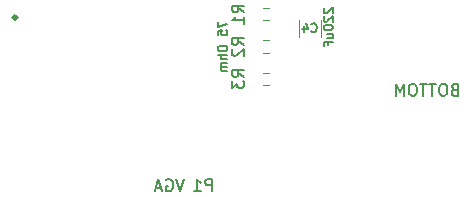
<source format=gbr>
G04 #@! TF.GenerationSoftware,KiCad,Pcbnew,(5.1.10-1-10_14)*
G04 #@! TF.CreationDate,2021-12-27T15:36:47-05:00*
G04 #@! TF.ProjectId,9DIN2VGA,3944494e-3256-4474-912e-6b696361645f,1*
G04 #@! TF.SameCoordinates,Original*
G04 #@! TF.FileFunction,Legend,Bot*
G04 #@! TF.FilePolarity,Positive*
%FSLAX46Y46*%
G04 Gerber Fmt 4.6, Leading zero omitted, Abs format (unit mm)*
G04 Created by KiCad (PCBNEW (5.1.10-1-10_14)) date 2021-12-27 15:36:47*
%MOMM*%
%LPD*%
G01*
G04 APERTURE LIST*
%ADD10C,0.127000*%
%ADD11C,0.200000*%
%ADD12C,0.350000*%
%ADD13C,0.120000*%
%ADD14C,0.150000*%
%ADD15C,0.187500*%
%ADD16C,0.100000*%
%ADD17O,1.609600X3.117600*%
%ADD18C,2.101600*%
%ADD19C,1.801600*%
%ADD20C,4.167600*%
G04 APERTURE END LIST*
D10*
X142335285Y-90315285D02*
X142299000Y-90351571D01*
X142262714Y-90424142D01*
X142262714Y-90605571D01*
X142299000Y-90678142D01*
X142335285Y-90714428D01*
X142407857Y-90750714D01*
X142480428Y-90750714D01*
X142589285Y-90714428D01*
X143024714Y-90279000D01*
X143024714Y-90750714D01*
X142335285Y-91041000D02*
X142299000Y-91077285D01*
X142262714Y-91149857D01*
X142262714Y-91331285D01*
X142299000Y-91403857D01*
X142335285Y-91440142D01*
X142407857Y-91476428D01*
X142480428Y-91476428D01*
X142589285Y-91440142D01*
X143024714Y-91004714D01*
X143024714Y-91476428D01*
X142262714Y-91948142D02*
X142262714Y-92020714D01*
X142299000Y-92093285D01*
X142335285Y-92129571D01*
X142407857Y-92165857D01*
X142553000Y-92202142D01*
X142734428Y-92202142D01*
X142879571Y-92165857D01*
X142952142Y-92129571D01*
X142988428Y-92093285D01*
X143024714Y-92020714D01*
X143024714Y-91948142D01*
X142988428Y-91875571D01*
X142952142Y-91839285D01*
X142879571Y-91803000D01*
X142734428Y-91766714D01*
X142553000Y-91766714D01*
X142407857Y-91803000D01*
X142335285Y-91839285D01*
X142299000Y-91875571D01*
X142262714Y-91948142D01*
X142516714Y-92855285D02*
X143024714Y-92855285D01*
X142516714Y-92528714D02*
X142915857Y-92528714D01*
X142988428Y-92565000D01*
X143024714Y-92637571D01*
X143024714Y-92746428D01*
X142988428Y-92819000D01*
X142952142Y-92855285D01*
X142625571Y-93472142D02*
X142625571Y-93218142D01*
X143024714Y-93218142D02*
X142262714Y-93218142D01*
X142262714Y-93581000D01*
D11*
X130471904Y-104832380D02*
X130138571Y-105832380D01*
X129805238Y-104832380D01*
X128948095Y-104880000D02*
X129043333Y-104832380D01*
X129186190Y-104832380D01*
X129329047Y-104880000D01*
X129424285Y-104975238D01*
X129471904Y-105070476D01*
X129519523Y-105260952D01*
X129519523Y-105403809D01*
X129471904Y-105594285D01*
X129424285Y-105689523D01*
X129329047Y-105784761D01*
X129186190Y-105832380D01*
X129090952Y-105832380D01*
X128948095Y-105784761D01*
X128900476Y-105737142D01*
X128900476Y-105403809D01*
X129090952Y-105403809D01*
X128519523Y-105546666D02*
X128043333Y-105546666D01*
X128614761Y-105832380D02*
X128281428Y-104832380D01*
X127948095Y-105832380D01*
X153339523Y-97228571D02*
X153196666Y-97276190D01*
X153149047Y-97323809D01*
X153101428Y-97419047D01*
X153101428Y-97561904D01*
X153149047Y-97657142D01*
X153196666Y-97704761D01*
X153291904Y-97752380D01*
X153672857Y-97752380D01*
X153672857Y-96752380D01*
X153339523Y-96752380D01*
X153244285Y-96800000D01*
X153196666Y-96847619D01*
X153149047Y-96942857D01*
X153149047Y-97038095D01*
X153196666Y-97133333D01*
X153244285Y-97180952D01*
X153339523Y-97228571D01*
X153672857Y-97228571D01*
X152482380Y-96752380D02*
X152291904Y-96752380D01*
X152196666Y-96800000D01*
X152101428Y-96895238D01*
X152053809Y-97085714D01*
X152053809Y-97419047D01*
X152101428Y-97609523D01*
X152196666Y-97704761D01*
X152291904Y-97752380D01*
X152482380Y-97752380D01*
X152577619Y-97704761D01*
X152672857Y-97609523D01*
X152720476Y-97419047D01*
X152720476Y-97085714D01*
X152672857Y-96895238D01*
X152577619Y-96800000D01*
X152482380Y-96752380D01*
X151768095Y-96752380D02*
X151196666Y-96752380D01*
X151482380Y-97752380D02*
X151482380Y-96752380D01*
X151006190Y-96752380D02*
X150434761Y-96752380D01*
X150720476Y-97752380D02*
X150720476Y-96752380D01*
X149910952Y-96752380D02*
X149720476Y-96752380D01*
X149625238Y-96800000D01*
X149530000Y-96895238D01*
X149482380Y-97085714D01*
X149482380Y-97419047D01*
X149530000Y-97609523D01*
X149625238Y-97704761D01*
X149720476Y-97752380D01*
X149910952Y-97752380D01*
X150006190Y-97704761D01*
X150101428Y-97609523D01*
X150149047Y-97419047D01*
X150149047Y-97085714D01*
X150101428Y-96895238D01*
X150006190Y-96800000D01*
X149910952Y-96752380D01*
X149053809Y-97752380D02*
X149053809Y-96752380D01*
X148720476Y-97466666D01*
X148387142Y-96752380D01*
X148387142Y-97752380D01*
D10*
X133329285Y-91475000D02*
X133329285Y-91975000D01*
X134079285Y-91653571D01*
X133329285Y-92617857D02*
X133329285Y-92260714D01*
X133686428Y-92225000D01*
X133650714Y-92260714D01*
X133615000Y-92332142D01*
X133615000Y-92510714D01*
X133650714Y-92582142D01*
X133686428Y-92617857D01*
X133757857Y-92653571D01*
X133936428Y-92653571D01*
X134007857Y-92617857D01*
X134043571Y-92582142D01*
X134079285Y-92510714D01*
X134079285Y-92332142D01*
X134043571Y-92260714D01*
X134007857Y-92225000D01*
X133329285Y-93689285D02*
X133329285Y-93832142D01*
X133365000Y-93903571D01*
X133436428Y-93975000D01*
X133579285Y-94010714D01*
X133829285Y-94010714D01*
X133972142Y-93975000D01*
X134043571Y-93903571D01*
X134079285Y-93832142D01*
X134079285Y-93689285D01*
X134043571Y-93617857D01*
X133972142Y-93546428D01*
X133829285Y-93510714D01*
X133579285Y-93510714D01*
X133436428Y-93546428D01*
X133365000Y-93617857D01*
X133329285Y-93689285D01*
X134079285Y-94332142D02*
X133329285Y-94332142D01*
X134079285Y-94653571D02*
X133686428Y-94653571D01*
X133615000Y-94617857D01*
X133579285Y-94546428D01*
X133579285Y-94439285D01*
X133615000Y-94367857D01*
X133650714Y-94332142D01*
X134079285Y-95010714D02*
X133579285Y-95010714D01*
X133650714Y-95010714D02*
X133615000Y-95046428D01*
X133579285Y-95117857D01*
X133579285Y-95225000D01*
X133615000Y-95296428D01*
X133686428Y-95332142D01*
X134079285Y-95332142D01*
X133686428Y-95332142D02*
X133615000Y-95367857D01*
X133579285Y-95439285D01*
X133579285Y-95546428D01*
X133615000Y-95617857D01*
X133686428Y-95653571D01*
X134079285Y-95653571D01*
D12*
X116290000Y-91130000D02*
G75*
G03*
X116290000Y-91130000I-150000J0D01*
G01*
D13*
X137632258Y-90337500D02*
X137157742Y-90337500D01*
X137632258Y-91382500D02*
X137157742Y-91382500D01*
X137642258Y-93067500D02*
X137167742Y-93067500D01*
X137642258Y-94112500D02*
X137167742Y-94112500D01*
X137632258Y-95807500D02*
X137157742Y-95807500D01*
X137632258Y-96852500D02*
X137157742Y-96852500D01*
X142020000Y-92746252D02*
X142020000Y-91323748D01*
X140200000Y-92746252D02*
X140200000Y-91323748D01*
D11*
X132808095Y-105822380D02*
X132808095Y-104822380D01*
X132427142Y-104822380D01*
X132331904Y-104870000D01*
X132284285Y-104917619D01*
X132236666Y-105012857D01*
X132236666Y-105155714D01*
X132284285Y-105250952D01*
X132331904Y-105298571D01*
X132427142Y-105346190D01*
X132808095Y-105346190D01*
X131284285Y-105822380D02*
X131855714Y-105822380D01*
X131570000Y-105822380D02*
X131570000Y-104822380D01*
X131665238Y-104965238D01*
X131760476Y-105060476D01*
X131855714Y-105108095D01*
D14*
X135522380Y-90693333D02*
X135046190Y-90360000D01*
X135522380Y-90121904D02*
X134522380Y-90121904D01*
X134522380Y-90502857D01*
X134570000Y-90598095D01*
X134617619Y-90645714D01*
X134712857Y-90693333D01*
X134855714Y-90693333D01*
X134950952Y-90645714D01*
X134998571Y-90598095D01*
X135046190Y-90502857D01*
X135046190Y-90121904D01*
X135522380Y-91645714D02*
X135522380Y-91074285D01*
X135522380Y-91360000D02*
X134522380Y-91360000D01*
X134665238Y-91264761D01*
X134760476Y-91169523D01*
X134808095Y-91074285D01*
X135492380Y-93443333D02*
X135016190Y-93110000D01*
X135492380Y-92871904D02*
X134492380Y-92871904D01*
X134492380Y-93252857D01*
X134540000Y-93348095D01*
X134587619Y-93395714D01*
X134682857Y-93443333D01*
X134825714Y-93443333D01*
X134920952Y-93395714D01*
X134968571Y-93348095D01*
X135016190Y-93252857D01*
X135016190Y-92871904D01*
X134587619Y-93824285D02*
X134540000Y-93871904D01*
X134492380Y-93967142D01*
X134492380Y-94205238D01*
X134540000Y-94300476D01*
X134587619Y-94348095D01*
X134682857Y-94395714D01*
X134778095Y-94395714D01*
X134920952Y-94348095D01*
X135492380Y-93776666D01*
X135492380Y-94395714D01*
X135512380Y-96153333D02*
X135036190Y-95820000D01*
X135512380Y-95581904D02*
X134512380Y-95581904D01*
X134512380Y-95962857D01*
X134560000Y-96058095D01*
X134607619Y-96105714D01*
X134702857Y-96153333D01*
X134845714Y-96153333D01*
X134940952Y-96105714D01*
X134988571Y-96058095D01*
X135036190Y-95962857D01*
X135036190Y-95581904D01*
X134512380Y-96486666D02*
X134512380Y-97105714D01*
X134893333Y-96772380D01*
X134893333Y-96915238D01*
X134940952Y-97010476D01*
X134988571Y-97058095D01*
X135083809Y-97105714D01*
X135321904Y-97105714D01*
X135417142Y-97058095D01*
X135464761Y-97010476D01*
X135512380Y-96915238D01*
X135512380Y-96629523D01*
X135464761Y-96534285D01*
X135417142Y-96486666D01*
D15*
X141215000Y-92297857D02*
X141250714Y-92333571D01*
X141357857Y-92369285D01*
X141429285Y-92369285D01*
X141536428Y-92333571D01*
X141607857Y-92262142D01*
X141643571Y-92190714D01*
X141679285Y-92047857D01*
X141679285Y-91940714D01*
X141643571Y-91797857D01*
X141607857Y-91726428D01*
X141536428Y-91655000D01*
X141429285Y-91619285D01*
X141357857Y-91619285D01*
X141250714Y-91655000D01*
X141215000Y-91690714D01*
X140572142Y-91869285D02*
X140572142Y-92369285D01*
X140750714Y-91583571D02*
X140929285Y-92119285D01*
X140465000Y-92119285D01*
%LPC*%
D16*
G36*
X145920000Y-95050000D02*
G01*
X144120000Y-95050000D01*
X144120000Y-88720000D01*
X145920000Y-88720000D01*
X145920000Y-95050000D01*
G37*
X145920000Y-95050000D02*
X144120000Y-95050000D01*
X144120000Y-88720000D01*
X145920000Y-88720000D01*
X145920000Y-95050000D01*
D17*
X116710000Y-93060000D03*
X119110000Y-95060000D03*
X122810000Y-93060000D03*
X124610000Y-95060000D03*
X128310000Y-93060000D03*
G36*
G01*
X152591004Y-94968757D02*
X152591004Y-93917957D01*
G75*
G02*
X153116404Y-93392557I525400J0D01*
G01*
X154167204Y-93392557D01*
G75*
G02*
X154692604Y-93917957I0J-525400D01*
G01*
X154692604Y-94968757D01*
G75*
G02*
X154167204Y-95494157I-525400J0D01*
G01*
X153116404Y-95494157D01*
G75*
G02*
X152591004Y-94968757I0J525400D01*
G01*
G37*
G36*
G01*
X146698447Y-101863940D02*
X146698447Y-99563140D01*
G75*
G02*
X147098847Y-99162740I400400J0D01*
G01*
X147899647Y-99162740D01*
G75*
G02*
X148300047Y-99563140I0J-400400D01*
G01*
X148300047Y-101863940D01*
G75*
G02*
X147899647Y-102264340I-400400J0D01*
G01*
X147098847Y-102264340D01*
G75*
G02*
X146698447Y-101863940I0J400400D01*
G01*
G37*
D18*
X154141804Y-94443357D03*
G36*
G01*
X147463204Y-97614157D02*
X145162404Y-97614157D01*
G75*
G02*
X144762004Y-97213757I0J400400D01*
G01*
X144762004Y-96412957D01*
G75*
G02*
X145162404Y-96012557I400400J0D01*
G01*
X147463204Y-96012557D01*
G75*
G02*
X147863604Y-96412957I0J-400400D01*
G01*
X147863604Y-97213757D01*
G75*
G02*
X147463204Y-97614157I-400400J0D01*
G01*
G37*
G36*
G01*
X149231004Y-101863757D02*
X149231004Y-99562957D01*
G75*
G02*
X149631404Y-99162557I400400J0D01*
G01*
X150432204Y-99162557D01*
G75*
G02*
X150832604Y-99562957I0J-400400D01*
G01*
X150832604Y-101863757D01*
G75*
G02*
X150432204Y-102264157I-400400J0D01*
G01*
X149631404Y-102264157D01*
G75*
G02*
X149231004Y-101863757I0J400400D01*
G01*
G37*
G36*
G01*
X151781004Y-101863757D02*
X151781004Y-99562957D01*
G75*
G02*
X152181404Y-99162557I400400J0D01*
G01*
X152982204Y-99162557D01*
G75*
G02*
X153382604Y-99562957I0J-400400D01*
G01*
X153382604Y-101863757D01*
G75*
G02*
X152982204Y-102264157I-400400J0D01*
G01*
X152181404Y-102264157D01*
G75*
G02*
X151781004Y-101863757I0J400400D01*
G01*
G37*
D19*
X135475000Y-103490000D03*
X133185000Y-103490000D03*
X130895000Y-103490000D03*
X128605000Y-103490000D03*
X126315000Y-103490000D03*
X134330000Y-101510000D03*
X132040000Y-101510000D03*
X129750000Y-101510000D03*
X127460000Y-101510000D03*
X125170000Y-101510000D03*
X135475000Y-99530000D03*
X133185000Y-99530000D03*
X130895000Y-99530000D03*
X128605000Y-99530000D03*
D20*
X143390000Y-101510000D03*
X118400000Y-101510000D03*
G36*
G01*
X125414200Y-100380000D02*
X125414200Y-98680000D01*
G75*
G02*
X125465000Y-98629200I50800J0D01*
G01*
X127165000Y-98629200D01*
G75*
G02*
X127215800Y-98680000I0J-50800D01*
G01*
X127215800Y-100380000D01*
G75*
G02*
X127165000Y-100430800I-50800J0D01*
G01*
X125465000Y-100430800D01*
G75*
G02*
X125414200Y-100380000I0J50800D01*
G01*
G37*
G36*
G01*
X137020800Y-90559600D02*
X137020800Y-91160400D01*
G75*
G02*
X136795400Y-91385800I-225400J0D01*
G01*
X136344600Y-91385800D01*
G75*
G02*
X136119200Y-91160400I0J225400D01*
G01*
X136119200Y-90559600D01*
G75*
G02*
X136344600Y-90334200I225400J0D01*
G01*
X136795400Y-90334200D01*
G75*
G02*
X137020800Y-90559600I0J-225400D01*
G01*
G37*
G36*
G01*
X138670800Y-90559600D02*
X138670800Y-91160400D01*
G75*
G02*
X138445400Y-91385800I-225400J0D01*
G01*
X137994600Y-91385800D01*
G75*
G02*
X137769200Y-91160400I0J225400D01*
G01*
X137769200Y-90559600D01*
G75*
G02*
X137994600Y-90334200I225400J0D01*
G01*
X138445400Y-90334200D01*
G75*
G02*
X138670800Y-90559600I0J-225400D01*
G01*
G37*
G36*
G01*
X137030800Y-93289600D02*
X137030800Y-93890400D01*
G75*
G02*
X136805400Y-94115800I-225400J0D01*
G01*
X136354600Y-94115800D01*
G75*
G02*
X136129200Y-93890400I0J225400D01*
G01*
X136129200Y-93289600D01*
G75*
G02*
X136354600Y-93064200I225400J0D01*
G01*
X136805400Y-93064200D01*
G75*
G02*
X137030800Y-93289600I0J-225400D01*
G01*
G37*
G36*
G01*
X138680800Y-93289600D02*
X138680800Y-93890400D01*
G75*
G02*
X138455400Y-94115800I-225400J0D01*
G01*
X138004600Y-94115800D01*
G75*
G02*
X137779200Y-93890400I0J225400D01*
G01*
X137779200Y-93289600D01*
G75*
G02*
X138004600Y-93064200I225400J0D01*
G01*
X138455400Y-93064200D01*
G75*
G02*
X138680800Y-93289600I0J-225400D01*
G01*
G37*
G36*
G01*
X137020800Y-96029600D02*
X137020800Y-96630400D01*
G75*
G02*
X136795400Y-96855800I-225400J0D01*
G01*
X136344600Y-96855800D01*
G75*
G02*
X136119200Y-96630400I0J225400D01*
G01*
X136119200Y-96029600D01*
G75*
G02*
X136344600Y-95804200I225400J0D01*
G01*
X136795400Y-95804200D01*
G75*
G02*
X137020800Y-96029600I0J-225400D01*
G01*
G37*
G36*
G01*
X138670800Y-96029600D02*
X138670800Y-96630400D01*
G75*
G02*
X138445400Y-96855800I-225400J0D01*
G01*
X137994600Y-96855800D01*
G75*
G02*
X137769200Y-96630400I0J225400D01*
G01*
X137769200Y-96029600D01*
G75*
G02*
X137994600Y-95804200I225400J0D01*
G01*
X138445400Y-95804200D01*
G75*
G02*
X138670800Y-96029600I0J-225400D01*
G01*
G37*
G36*
G01*
X141788715Y-91185800D02*
X140431285Y-91185800D01*
G75*
G02*
X140159200Y-90913715I0J272085D01*
G01*
X140159200Y-90206285D01*
G75*
G02*
X140431285Y-89934200I272085J0D01*
G01*
X141788715Y-89934200D01*
G75*
G02*
X142060800Y-90206285I0J-272085D01*
G01*
X142060800Y-90913715D01*
G75*
G02*
X141788715Y-91185800I-272085J0D01*
G01*
G37*
G36*
G01*
X141788715Y-94135800D02*
X140431285Y-94135800D01*
G75*
G02*
X140159200Y-93863715I0J272085D01*
G01*
X140159200Y-93156285D01*
G75*
G02*
X140431285Y-92884200I272085J0D01*
G01*
X141788715Y-92884200D01*
G75*
G02*
X142060800Y-93156285I0J-272085D01*
G01*
X142060800Y-93863715D01*
G75*
G02*
X141788715Y-94135800I-272085J0D01*
G01*
G37*
M02*

</source>
